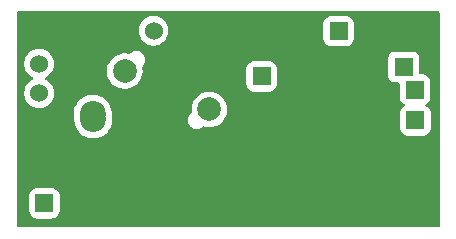
<source format=gbr>
%TF.GenerationSoftware,KiCad,Pcbnew,9.0.5*%
%TF.CreationDate,2025-10-21T13:05:04+02:00*%
%TF.ProjectId,Heterodyna-eltra-t3015-2,48657465-726f-4647-996e-612d656c7472,rev?*%
%TF.SameCoordinates,Original*%
%TF.FileFunction,Copper,L2,Inr*%
%TF.FilePolarity,Positive*%
%FSLAX46Y46*%
G04 Gerber Fmt 4.6, Leading zero omitted, Abs format (unit mm)*
G04 Created by KiCad (PCBNEW 9.0.5) date 2025-10-21 13:05:04*
%MOMM*%
%LPD*%
G01*
G04 APERTURE LIST*
G04 Aperture macros list*
%AMRoundRect*
0 Rectangle with rounded corners*
0 $1 Rounding radius*
0 $2 $3 $4 $5 $6 $7 $8 $9 X,Y pos of 4 corners*
0 Add a 4 corners polygon primitive as box body*
4,1,4,$2,$3,$4,$5,$6,$7,$8,$9,$2,$3,0*
0 Add four circle primitives for the rounded corners*
1,1,$1+$1,$2,$3*
1,1,$1+$1,$4,$5*
1,1,$1+$1,$6,$7*
1,1,$1+$1,$8,$9*
0 Add four rect primitives between the rounded corners*
20,1,$1+$1,$2,$3,$4,$5,0*
20,1,$1+$1,$4,$5,$6,$7,0*
20,1,$1+$1,$6,$7,$8,$9,0*
20,1,$1+$1,$8,$9,$2,$3,0*%
G04 Aperture macros list end*
%TA.AperFunction,ComponentPad*%
%ADD10RoundRect,0.250000X-0.550000X-0.550000X0.550000X-0.550000X0.550000X0.550000X-0.550000X0.550000X0*%
%TD*%
%TA.AperFunction,ComponentPad*%
%ADD11C,1.524000*%
%TD*%
%TA.AperFunction,ComponentPad*%
%ADD12C,2.000000*%
%TD*%
%TA.AperFunction,ComponentPad*%
%ADD13C,1.000000*%
%TD*%
%TA.AperFunction,ComponentPad*%
%ADD14C,2.200000*%
%TD*%
%TA.AperFunction,ComponentPad*%
%ADD15R,1.600000X1.600000*%
%TD*%
%TA.AperFunction,ComponentPad*%
%ADD16C,1.600000*%
%TD*%
%TA.AperFunction,ComponentPad*%
%ADD17C,1.400000*%
%TD*%
%TA.AperFunction,ComponentPad*%
%ADD18RoundRect,0.250000X0.550000X-0.550000X0.550000X0.550000X-0.550000X0.550000X-0.550000X-0.550000X0*%
%TD*%
%TA.AperFunction,ViaPad*%
%ADD19C,1.000000*%
%TD*%
G04 APERTURE END LIST*
D10*
%TO.N,+14V*%
%TO.C,TP1*%
X176810000Y-106480000D03*
%TD*%
D11*
%TO.N,Net-(D1-A1)*%
%TO.C,D1*%
X154680000Y-101500000D03*
%TO.N,GND*%
X147180000Y-101450000D03*
%TD*%
D12*
%TO.N,Net-(C14-Pad1)*%
%TO.C,L3*%
X159395000Y-108165000D03*
%TO.N,Net-(D2-A2)*%
X152245000Y-104915000D03*
D13*
%TO.N,GND*%
X153245000Y-109065000D03*
X158345000Y-103965000D03*
X155745000Y-103965000D03*
%TD*%
D14*
%TO.N,Net-(D2-A2)*%
%TO.C,C15*%
X149570000Y-109010000D03*
%TO.N,GND*%
X149570000Y-115010000D03*
%TD*%
D10*
%TO.N,Net-(C3-Pad2)*%
%TO.C,TP3*%
X170350000Y-101530000D03*
%TD*%
%TO.N,Net-(C6-Pad2)*%
%TO.C,TP4*%
X176840000Y-109090000D03*
%TD*%
%TO.N,GND*%
%TO.C,TP2*%
X149600000Y-116640000D03*
%TD*%
D15*
%TO.N,+14V*%
%TO.C,C2*%
X175870000Y-104567626D03*
D16*
%TO.N,GND*%
X175870000Y-102067626D03*
%TD*%
D14*
%TO.N,Net-(D2-A2)*%
%TO.C,C8*%
X149540000Y-108508500D03*
%TO.N,GND*%
X153040000Y-112008500D03*
X146140000Y-112008500D03*
%TD*%
D11*
%TO.N,GND*%
%TO.C,D2*%
X144990000Y-101790000D03*
%TO.N,Net-(D2-A2)*%
X144990000Y-106790000D03*
%TO.N,Net-(D2-K)*%
X144990000Y-104290000D03*
%TD*%
D10*
%TO.N,Net-(R6-Pad1)*%
%TO.C,TP5*%
X145440000Y-116100000D03*
%TD*%
D17*
%TO.N,GND*%
%TO.C,TP6*%
X176790000Y-111690000D03*
%TD*%
D18*
%TO.N,Net-(D3-K)*%
%TO.C,D3*%
X163830000Y-105355000D03*
D16*
%TO.N,GND*%
X163830000Y-100845000D03*
%TD*%
D19*
%TO.N,GND*%
X155800000Y-105200000D03*
X155800000Y-107900000D03*
X169080000Y-103110000D03*
X163660000Y-115520000D03*
X165530000Y-117060000D03*
X154400000Y-105200000D03*
X157200000Y-105200000D03*
X154400000Y-106600000D03*
X162600000Y-100820000D03*
X155800000Y-106600000D03*
X154400000Y-107900000D03*
X156100000Y-117600000D03*
X157200000Y-106600000D03*
X157200000Y-107900000D03*
X159680000Y-115490000D03*
X157900000Y-117600000D03*
X161620000Y-115530000D03*
X177150000Y-115430000D03*
%TD*%
%TA.AperFunction,Conductor*%
%TO.N,GND*%
G36*
X178842539Y-99870185D02*
G01*
X178888294Y-99922989D01*
X178899500Y-99974500D01*
X178899500Y-118025500D01*
X178879815Y-118092539D01*
X178827011Y-118138294D01*
X178775500Y-118149500D01*
X143224500Y-118149500D01*
X143157461Y-118129815D01*
X143111706Y-118077011D01*
X143100500Y-118025500D01*
X143100500Y-115499983D01*
X144139500Y-115499983D01*
X144139500Y-116700001D01*
X144139501Y-116700018D01*
X144150000Y-116802796D01*
X144150001Y-116802799D01*
X144205185Y-116969331D01*
X144205186Y-116969334D01*
X144297288Y-117118656D01*
X144421344Y-117242712D01*
X144570666Y-117334814D01*
X144737203Y-117389999D01*
X144839991Y-117400500D01*
X146040008Y-117400499D01*
X146142797Y-117389999D01*
X146309334Y-117334814D01*
X146458656Y-117242712D01*
X146582712Y-117118656D01*
X146674814Y-116969334D01*
X146729999Y-116802797D01*
X146740500Y-116700009D01*
X146740499Y-115499992D01*
X146729999Y-115397203D01*
X146674814Y-115230666D01*
X146582712Y-115081344D01*
X146458656Y-114957288D01*
X146309334Y-114865186D01*
X146142797Y-114810001D01*
X146142795Y-114810000D01*
X146040010Y-114799500D01*
X144839998Y-114799500D01*
X144839981Y-114799501D01*
X144737203Y-114810000D01*
X144737200Y-114810001D01*
X144570668Y-114865185D01*
X144570663Y-114865187D01*
X144421342Y-114957289D01*
X144297289Y-115081342D01*
X144205187Y-115230663D01*
X144205186Y-115230666D01*
X144150001Y-115397203D01*
X144150001Y-115397204D01*
X144150000Y-115397204D01*
X144139500Y-115499983D01*
X143100500Y-115499983D01*
X143100500Y-108382538D01*
X147939500Y-108382538D01*
X147939500Y-108634467D01*
X147971191Y-108834556D01*
X147971193Y-108873344D01*
X147969500Y-108884037D01*
X147969500Y-108884038D01*
X147969500Y-109135962D01*
X147992932Y-109283907D01*
X148008910Y-109384785D01*
X148086760Y-109624383D01*
X148201132Y-109848848D01*
X148349201Y-110052649D01*
X148349205Y-110052654D01*
X148527345Y-110230794D01*
X148527350Y-110230798D01*
X148656750Y-110324812D01*
X148731155Y-110378870D01*
X148874184Y-110451747D01*
X148955616Y-110493239D01*
X148955618Y-110493239D01*
X148955621Y-110493241D01*
X149195215Y-110571090D01*
X149444038Y-110610500D01*
X149444039Y-110610500D01*
X149695961Y-110610500D01*
X149695962Y-110610500D01*
X149944785Y-110571090D01*
X150184379Y-110493241D01*
X150408845Y-110378870D01*
X150612656Y-110230793D01*
X150790793Y-110052656D01*
X150938870Y-109848845D01*
X151053241Y-109624379D01*
X151131090Y-109384785D01*
X151170500Y-109135962D01*
X151170500Y-109018856D01*
X152894500Y-109018856D01*
X152894500Y-109035834D01*
X152894500Y-109111144D01*
X152915443Y-109189305D01*
X152918387Y-109200290D01*
X152918388Y-109200293D01*
X152964526Y-109280205D01*
X152964529Y-109280209D01*
X152964531Y-109280212D01*
X153029788Y-109345469D01*
X153029791Y-109345470D01*
X153029794Y-109345473D01*
X153109706Y-109391611D01*
X153109707Y-109391611D01*
X153109712Y-109391614D01*
X153198856Y-109415500D01*
X153198858Y-109415500D01*
X153291142Y-109415500D01*
X153291144Y-109415500D01*
X153380288Y-109391614D01*
X153460212Y-109345469D01*
X153525469Y-109280212D01*
X153571614Y-109200288D01*
X153588057Y-109138920D01*
X157594499Y-109138920D01*
X157623340Y-109283907D01*
X157623343Y-109283917D01*
X157679912Y-109420488D01*
X157679919Y-109420501D01*
X157762048Y-109543415D01*
X157762051Y-109543419D01*
X157866580Y-109647948D01*
X157866584Y-109647951D01*
X157989498Y-109730080D01*
X157989511Y-109730087D01*
X158126082Y-109786656D01*
X158126087Y-109786658D01*
X158126091Y-109786658D01*
X158126092Y-109786659D01*
X158271079Y-109815500D01*
X158271082Y-109815500D01*
X158418920Y-109815500D01*
X158533061Y-109792795D01*
X158563913Y-109786658D01*
X158700495Y-109730084D01*
X158823416Y-109647951D01*
X158838331Y-109633034D01*
X158899651Y-109599550D01*
X158964327Y-109602784D01*
X159043632Y-109628553D01*
X159160270Y-109647026D01*
X159276903Y-109665500D01*
X159276908Y-109665500D01*
X159513097Y-109665500D01*
X159746368Y-109628553D01*
X159825673Y-109602785D01*
X159970992Y-109555568D01*
X160181433Y-109448343D01*
X160372510Y-109309517D01*
X160539517Y-109142510D01*
X160678343Y-108951433D01*
X160785568Y-108740992D01*
X160858553Y-108516368D01*
X160870965Y-108438004D01*
X160895500Y-108283097D01*
X160895500Y-108046902D01*
X160858553Y-107813631D01*
X160811772Y-107669655D01*
X160785568Y-107589008D01*
X160785566Y-107589005D01*
X160785566Y-107589003D01*
X160678342Y-107378566D01*
X160657105Y-107349336D01*
X160539517Y-107187490D01*
X160372510Y-107020483D01*
X160181433Y-106881657D01*
X159970996Y-106774433D01*
X159746368Y-106701446D01*
X159513097Y-106664500D01*
X159513092Y-106664500D01*
X159276908Y-106664500D01*
X159276903Y-106664500D01*
X159043631Y-106701446D01*
X158819003Y-106774433D01*
X158608566Y-106881657D01*
X158518066Y-106947410D01*
X158417490Y-107020483D01*
X158417488Y-107020485D01*
X158417487Y-107020485D01*
X158250485Y-107187487D01*
X158250485Y-107187488D01*
X158250483Y-107187490D01*
X158190862Y-107269550D01*
X158111657Y-107378566D01*
X158004433Y-107589003D01*
X157931446Y-107813631D01*
X157894500Y-108046902D01*
X157894500Y-108283097D01*
X157908060Y-108368711D01*
X157899105Y-108438004D01*
X157869799Y-108476649D01*
X157870891Y-108477741D01*
X157762051Y-108586580D01*
X157762048Y-108586584D01*
X157679919Y-108709498D01*
X157679912Y-108709511D01*
X157623343Y-108846082D01*
X157623340Y-108846092D01*
X157594500Y-108991079D01*
X157594500Y-108991082D01*
X157594500Y-109138918D01*
X157594500Y-109138920D01*
X157594499Y-109138920D01*
X153588057Y-109138920D01*
X153595500Y-109111144D01*
X153595500Y-109018856D01*
X153571614Y-108929712D01*
X153571612Y-108929709D01*
X153571612Y-108929707D01*
X153571611Y-108929706D01*
X153525473Y-108849794D01*
X153525470Y-108849791D01*
X153525469Y-108849788D01*
X153460212Y-108784531D01*
X153460209Y-108784529D01*
X153460205Y-108784526D01*
X153380293Y-108738388D01*
X153380290Y-108738387D01*
X153380289Y-108738386D01*
X153380288Y-108738386D01*
X153291144Y-108714500D01*
X153198856Y-108714500D01*
X153109712Y-108738386D01*
X153109711Y-108738386D01*
X153109709Y-108738387D01*
X153109706Y-108738388D01*
X153029794Y-108784526D01*
X153029785Y-108784533D01*
X152964533Y-108849785D01*
X152964526Y-108849794D01*
X152918388Y-108929706D01*
X152918387Y-108929709D01*
X152918386Y-108929711D01*
X152918386Y-108929712D01*
X152894500Y-109018856D01*
X151170500Y-109018856D01*
X151170500Y-108884038D01*
X151138807Y-108683939D01*
X151138807Y-108645150D01*
X151140500Y-108634462D01*
X151140500Y-108382538D01*
X151101090Y-108133715D01*
X151023241Y-107894121D01*
X151023239Y-107894118D01*
X151023239Y-107894116D01*
X150980187Y-107809623D01*
X150908870Y-107669655D01*
X150867320Y-107612466D01*
X150760798Y-107465850D01*
X150760794Y-107465845D01*
X150582654Y-107287705D01*
X150582649Y-107287701D01*
X150378848Y-107139632D01*
X150378847Y-107139631D01*
X150378845Y-107139630D01*
X150261846Y-107080016D01*
X150154383Y-107025260D01*
X149914785Y-106947410D01*
X149665962Y-106908000D01*
X149414038Y-106908000D01*
X149289626Y-106927705D01*
X149165214Y-106947410D01*
X148925616Y-107025260D01*
X148701151Y-107139632D01*
X148497350Y-107287701D01*
X148497345Y-107287705D01*
X148319205Y-107465845D01*
X148319201Y-107465850D01*
X148171132Y-107669651D01*
X148056760Y-107894116D01*
X147978910Y-108133714D01*
X147939500Y-108382538D01*
X143100500Y-108382538D01*
X143100500Y-104190639D01*
X143727500Y-104190639D01*
X143727500Y-104389361D01*
X143736062Y-104443419D01*
X143758587Y-104585637D01*
X143819993Y-104774629D01*
X143819994Y-104774632D01*
X143910213Y-104951694D01*
X144027019Y-105112464D01*
X144167536Y-105252981D01*
X144328306Y-105369787D01*
X144418026Y-105415502D01*
X144445528Y-105429515D01*
X144496324Y-105477490D01*
X144513119Y-105545311D01*
X144490581Y-105611446D01*
X144445528Y-105650485D01*
X144328305Y-105710213D01*
X144167533Y-105827021D01*
X144027021Y-105967533D01*
X143910213Y-106128305D01*
X143819994Y-106305367D01*
X143819993Y-106305370D01*
X143758587Y-106494362D01*
X143727500Y-106690639D01*
X143727500Y-106889360D01*
X143758587Y-107085637D01*
X143819993Y-107274629D01*
X143819994Y-107274632D01*
X143910213Y-107451694D01*
X144027019Y-107612464D01*
X144167536Y-107752981D01*
X144328306Y-107869787D01*
X144376064Y-107894121D01*
X144505367Y-107960005D01*
X144505370Y-107960006D01*
X144599866Y-107990709D01*
X144694364Y-108021413D01*
X144890639Y-108052500D01*
X144890640Y-108052500D01*
X145089360Y-108052500D01*
X145089361Y-108052500D01*
X145285636Y-108021413D01*
X145474632Y-107960005D01*
X145651694Y-107869787D01*
X145812464Y-107752981D01*
X145952981Y-107612464D01*
X146069787Y-107451694D01*
X146160005Y-107274632D01*
X146221413Y-107085636D01*
X146252500Y-106889361D01*
X146252500Y-106690639D01*
X146221413Y-106494364D01*
X146160070Y-106305568D01*
X146160006Y-106305370D01*
X146160005Y-106305367D01*
X146069786Y-106128305D01*
X145952981Y-105967536D01*
X145812464Y-105827019D01*
X145651694Y-105710213D01*
X145534470Y-105650484D01*
X145483675Y-105602510D01*
X145466880Y-105534689D01*
X145489417Y-105468555D01*
X145534469Y-105429515D01*
X145651694Y-105369787D01*
X145812464Y-105252981D01*
X145952981Y-105112464D01*
X146069787Y-104951694D01*
X146148658Y-104796902D01*
X150744500Y-104796902D01*
X150744500Y-105033097D01*
X150781446Y-105266368D01*
X150854433Y-105490996D01*
X150961657Y-105701433D01*
X151100483Y-105892510D01*
X151267490Y-106059517D01*
X151458567Y-106198343D01*
X151557991Y-106249002D01*
X151669003Y-106305566D01*
X151669005Y-106305566D01*
X151669008Y-106305568D01*
X151789412Y-106344689D01*
X151893631Y-106378553D01*
X152126903Y-106415500D01*
X152126908Y-106415500D01*
X152363097Y-106415500D01*
X152596368Y-106378553D01*
X152611439Y-106373656D01*
X152820992Y-106305568D01*
X152821387Y-106305367D01*
X152828719Y-106301630D01*
X153031433Y-106198343D01*
X153222510Y-106059517D01*
X153389517Y-105892510D01*
X153528343Y-105701433D01*
X153635568Y-105490992D01*
X153708553Y-105266368D01*
X153711908Y-105245185D01*
X153745500Y-105033097D01*
X153745500Y-104796903D01*
X153741434Y-104771233D01*
X153741434Y-104771232D01*
X153738860Y-104754983D01*
X162529500Y-104754983D01*
X162529500Y-105955001D01*
X162529501Y-105955018D01*
X162540000Y-106057796D01*
X162540001Y-106057799D01*
X162563365Y-106128305D01*
X162595186Y-106224334D01*
X162687288Y-106373656D01*
X162811344Y-106497712D01*
X162960666Y-106589814D01*
X163127203Y-106644999D01*
X163229991Y-106655500D01*
X164430008Y-106655499D01*
X164532797Y-106644999D01*
X164699334Y-106589814D01*
X164848656Y-106497712D01*
X164972712Y-106373656D01*
X165064814Y-106224334D01*
X165119999Y-106057797D01*
X165130500Y-105955009D01*
X165130499Y-104754992D01*
X165119999Y-104652203D01*
X165064814Y-104485666D01*
X164972712Y-104336344D01*
X164848656Y-104212288D01*
X164712922Y-104128567D01*
X164699336Y-104120187D01*
X164699331Y-104120185D01*
X164697862Y-104119698D01*
X164532797Y-104065001D01*
X164532795Y-104065000D01*
X164430010Y-104054500D01*
X163229998Y-104054500D01*
X163229981Y-104054501D01*
X163127203Y-104065000D01*
X163127200Y-104065001D01*
X162960668Y-104120185D01*
X162960663Y-104120187D01*
X162811342Y-104212289D01*
X162687289Y-104336342D01*
X162595187Y-104485663D01*
X162595186Y-104485666D01*
X162540001Y-104652203D01*
X162540001Y-104652204D01*
X162540000Y-104652204D01*
X162529500Y-104754983D01*
X153738860Y-104754983D01*
X153718325Y-104625328D01*
X153727280Y-104556034D01*
X153753115Y-104518251D01*
X153827951Y-104443416D01*
X153910084Y-104320495D01*
X153966658Y-104183913D01*
X153977667Y-104128567D01*
X153995500Y-104038920D01*
X153995500Y-103918856D01*
X155394500Y-103918856D01*
X155394500Y-103935834D01*
X155394500Y-104011144D01*
X155415443Y-104089305D01*
X155418387Y-104100290D01*
X155418388Y-104100293D01*
X155464526Y-104180205D01*
X155464529Y-104180209D01*
X155464531Y-104180212D01*
X155529788Y-104245469D01*
X155529791Y-104245470D01*
X155529794Y-104245473D01*
X155609706Y-104291611D01*
X155609707Y-104291611D01*
X155609712Y-104291614D01*
X155698856Y-104315500D01*
X155698858Y-104315500D01*
X155791142Y-104315500D01*
X155791144Y-104315500D01*
X155880288Y-104291614D01*
X155960212Y-104245469D01*
X156025469Y-104180212D01*
X156071614Y-104100288D01*
X156095500Y-104011144D01*
X156095500Y-103918856D01*
X157994500Y-103918856D01*
X157994500Y-103935834D01*
X157994500Y-104011144D01*
X158015443Y-104089305D01*
X158018387Y-104100290D01*
X158018388Y-104100293D01*
X158064526Y-104180205D01*
X158064529Y-104180209D01*
X158064531Y-104180212D01*
X158129788Y-104245469D01*
X158129791Y-104245470D01*
X158129794Y-104245473D01*
X158209706Y-104291611D01*
X158209707Y-104291611D01*
X158209712Y-104291614D01*
X158298856Y-104315500D01*
X158298858Y-104315500D01*
X158391142Y-104315500D01*
X158391144Y-104315500D01*
X158480288Y-104291614D01*
X158560212Y-104245469D01*
X158625469Y-104180212D01*
X158671614Y-104100288D01*
X158695500Y-104011144D01*
X158695500Y-103918856D01*
X158671614Y-103829712D01*
X158671613Y-103829711D01*
X158671613Y-103829709D01*
X158642008Y-103778434D01*
X158625469Y-103749788D01*
X158595442Y-103719761D01*
X174569500Y-103719761D01*
X174569500Y-105415496D01*
X174569501Y-105415502D01*
X174575908Y-105475109D01*
X174626202Y-105609954D01*
X174626206Y-105609961D01*
X174712452Y-105725170D01*
X174712455Y-105725173D01*
X174827664Y-105811419D01*
X174827671Y-105811423D01*
X174869487Y-105827019D01*
X174962517Y-105861717D01*
X175022127Y-105868126D01*
X175385500Y-105868125D01*
X175452539Y-105887809D01*
X175498294Y-105940613D01*
X175509500Y-105992125D01*
X175509500Y-107080001D01*
X175509501Y-107080018D01*
X175520000Y-107182796D01*
X175520001Y-107182799D01*
X175550431Y-107274629D01*
X175575186Y-107349334D01*
X175667288Y-107498656D01*
X175791344Y-107622712D01*
X175898350Y-107688713D01*
X175945074Y-107740661D01*
X175956297Y-107809623D01*
X175928453Y-107873706D01*
X175898351Y-107899789D01*
X175849779Y-107929749D01*
X175821342Y-107947289D01*
X175697289Y-108071342D01*
X175605187Y-108220663D01*
X175605186Y-108220666D01*
X175550001Y-108387203D01*
X175550001Y-108387204D01*
X175550000Y-108387204D01*
X175539500Y-108489983D01*
X175539500Y-109690001D01*
X175539501Y-109690018D01*
X175550000Y-109792796D01*
X175550001Y-109792799D01*
X175568574Y-109848848D01*
X175605186Y-109959334D01*
X175697288Y-110108656D01*
X175821344Y-110232712D01*
X175970666Y-110324814D01*
X176137203Y-110379999D01*
X176239991Y-110390500D01*
X177440008Y-110390499D01*
X177542797Y-110379999D01*
X177709334Y-110324814D01*
X177858656Y-110232712D01*
X177982712Y-110108656D01*
X178074814Y-109959334D01*
X178129999Y-109792797D01*
X178140500Y-109690009D01*
X178140499Y-108489992D01*
X178129999Y-108387203D01*
X178074814Y-108220666D01*
X177982712Y-108071344D01*
X177858656Y-107947288D01*
X177751648Y-107881285D01*
X177704925Y-107829338D01*
X177693702Y-107760375D01*
X177721546Y-107696293D01*
X177751643Y-107670213D01*
X177828656Y-107622712D01*
X177952712Y-107498656D01*
X178044814Y-107349334D01*
X178099999Y-107182797D01*
X178110500Y-107080009D01*
X178110499Y-105879992D01*
X178099999Y-105777203D01*
X178044814Y-105610666D01*
X177952712Y-105461344D01*
X177828656Y-105337288D01*
X177679334Y-105245186D01*
X177512797Y-105190001D01*
X177512795Y-105190000D01*
X177410016Y-105179500D01*
X177410009Y-105179500D01*
X177294499Y-105179500D01*
X177227460Y-105159815D01*
X177181705Y-105107011D01*
X177170499Y-105055500D01*
X177170499Y-103719755D01*
X177170498Y-103719749D01*
X177170497Y-103719742D01*
X177164091Y-103660143D01*
X177155976Y-103638386D01*
X177113797Y-103525297D01*
X177113793Y-103525290D01*
X177027547Y-103410081D01*
X177027544Y-103410078D01*
X176912335Y-103323832D01*
X176912328Y-103323828D01*
X176777482Y-103273534D01*
X176777483Y-103273534D01*
X176717883Y-103267127D01*
X176717881Y-103267126D01*
X176717873Y-103267126D01*
X176717864Y-103267126D01*
X175022129Y-103267126D01*
X175022123Y-103267127D01*
X174962516Y-103273534D01*
X174827671Y-103323828D01*
X174827664Y-103323832D01*
X174712455Y-103410078D01*
X174712452Y-103410081D01*
X174626206Y-103525290D01*
X174626202Y-103525297D01*
X174575908Y-103660143D01*
X174569501Y-103719742D01*
X174569501Y-103719749D01*
X174569500Y-103719761D01*
X158595442Y-103719761D01*
X158560212Y-103684531D01*
X158560209Y-103684529D01*
X158560205Y-103684526D01*
X158480293Y-103638388D01*
X158480290Y-103638387D01*
X158480289Y-103638386D01*
X158480288Y-103638386D01*
X158391144Y-103614500D01*
X158298856Y-103614500D01*
X158209712Y-103638386D01*
X158209711Y-103638386D01*
X158209709Y-103638387D01*
X158209706Y-103638388D01*
X158129794Y-103684526D01*
X158129785Y-103684533D01*
X158064533Y-103749785D01*
X158064526Y-103749794D01*
X158018388Y-103829706D01*
X158018387Y-103829709D01*
X158018386Y-103829711D01*
X158018386Y-103829712D01*
X157994500Y-103918856D01*
X156095500Y-103918856D01*
X156071614Y-103829712D01*
X156071611Y-103829706D01*
X156025473Y-103749794D01*
X156025470Y-103749791D01*
X156025469Y-103749788D01*
X155960212Y-103684531D01*
X155960209Y-103684529D01*
X155960205Y-103684526D01*
X155880293Y-103638388D01*
X155880290Y-103638387D01*
X155880289Y-103638386D01*
X155880288Y-103638386D01*
X155791144Y-103614500D01*
X155698856Y-103614500D01*
X155609712Y-103638386D01*
X155609711Y-103638386D01*
X155609709Y-103638387D01*
X155609706Y-103638388D01*
X155529794Y-103684526D01*
X155529785Y-103684533D01*
X155464533Y-103749785D01*
X155464526Y-103749794D01*
X155418388Y-103829706D01*
X155418387Y-103829709D01*
X155418386Y-103829711D01*
X155418386Y-103829712D01*
X155394500Y-103918856D01*
X153995500Y-103918856D01*
X153995500Y-103891079D01*
X153966659Y-103746092D01*
X153966658Y-103746091D01*
X153966658Y-103746087D01*
X153966656Y-103746082D01*
X153910087Y-103609511D01*
X153910080Y-103609498D01*
X153827951Y-103486584D01*
X153827948Y-103486580D01*
X153723419Y-103382051D01*
X153723415Y-103382048D01*
X153600501Y-103299919D01*
X153600488Y-103299912D01*
X153463917Y-103243343D01*
X153463907Y-103243340D01*
X153318920Y-103214500D01*
X153318918Y-103214500D01*
X153171082Y-103214500D01*
X153171080Y-103214500D01*
X153026092Y-103243340D01*
X153026082Y-103243343D01*
X152889511Y-103299912D01*
X152889498Y-103299919D01*
X152766587Y-103382046D01*
X152766581Y-103382050D01*
X152726190Y-103422441D01*
X152664866Y-103455925D01*
X152600199Y-103452691D01*
X152596370Y-103451447D01*
X152363097Y-103414500D01*
X152363092Y-103414500D01*
X152126908Y-103414500D01*
X152126903Y-103414500D01*
X151893631Y-103451446D01*
X151669003Y-103524433D01*
X151458566Y-103631657D01*
X151349550Y-103710862D01*
X151267490Y-103770483D01*
X151267488Y-103770485D01*
X151267487Y-103770485D01*
X151100485Y-103937487D01*
X151100485Y-103937488D01*
X151100483Y-103937490D01*
X151046972Y-104011142D01*
X150961657Y-104128566D01*
X150854433Y-104339003D01*
X150781446Y-104563631D01*
X150744500Y-104796902D01*
X146148658Y-104796902D01*
X146160005Y-104774632D01*
X146164992Y-104759280D01*
X146166801Y-104753717D01*
X146166801Y-104753716D01*
X146208516Y-104625328D01*
X146221413Y-104585636D01*
X146252500Y-104389361D01*
X146252500Y-104190639D01*
X146221413Y-103994364D01*
X146184885Y-103881942D01*
X146160006Y-103805370D01*
X146160005Y-103805367D01*
X146098435Y-103684531D01*
X146069787Y-103628306D01*
X145952981Y-103467536D01*
X145812464Y-103327019D01*
X145651694Y-103210213D01*
X145474632Y-103119994D01*
X145474629Y-103119993D01*
X145285637Y-103058587D01*
X145187498Y-103043043D01*
X145089361Y-103027500D01*
X144890639Y-103027500D01*
X144825214Y-103037862D01*
X144694362Y-103058587D01*
X144505370Y-103119993D01*
X144505367Y-103119994D01*
X144328305Y-103210213D01*
X144167533Y-103327021D01*
X144027021Y-103467533D01*
X143910213Y-103628305D01*
X143819994Y-103805367D01*
X143819993Y-103805370D01*
X143758587Y-103994362D01*
X143737331Y-104128566D01*
X143727500Y-104190639D01*
X143100500Y-104190639D01*
X143100500Y-101400639D01*
X153417500Y-101400639D01*
X153417500Y-101599360D01*
X153448587Y-101795637D01*
X153509993Y-101984629D01*
X153509994Y-101984632D01*
X153584072Y-102130016D01*
X153600213Y-102161694D01*
X153717019Y-102322464D01*
X153857536Y-102462981D01*
X154018306Y-102579787D01*
X154105149Y-102624035D01*
X154195367Y-102670005D01*
X154195370Y-102670006D01*
X154289866Y-102700709D01*
X154384364Y-102731413D01*
X154580639Y-102762500D01*
X154580640Y-102762500D01*
X154779360Y-102762500D01*
X154779361Y-102762500D01*
X154975636Y-102731413D01*
X155164632Y-102670005D01*
X155341694Y-102579787D01*
X155502464Y-102462981D01*
X155642981Y-102322464D01*
X155759787Y-102161694D01*
X155850005Y-101984632D01*
X155911413Y-101795636D01*
X155942500Y-101599361D01*
X155942500Y-101400639D01*
X155911413Y-101204364D01*
X155850005Y-101015368D01*
X155850003Y-101015363D01*
X155833579Y-100983130D01*
X155833578Y-100983129D01*
X155806499Y-100929983D01*
X169049500Y-100929983D01*
X169049500Y-102130001D01*
X169049501Y-102130018D01*
X169060000Y-102232796D01*
X169060001Y-102232799D01*
X169089714Y-102322466D01*
X169115186Y-102399334D01*
X169207288Y-102548656D01*
X169331344Y-102672712D01*
X169480666Y-102764814D01*
X169647203Y-102819999D01*
X169749991Y-102830500D01*
X170950008Y-102830499D01*
X171052797Y-102819999D01*
X171219334Y-102764814D01*
X171368656Y-102672712D01*
X171492712Y-102548656D01*
X171584814Y-102399334D01*
X171639999Y-102232797D01*
X171650500Y-102130009D01*
X171650499Y-100929992D01*
X171639999Y-100827203D01*
X171584814Y-100660666D01*
X171492712Y-100511344D01*
X171368656Y-100387288D01*
X171219334Y-100295186D01*
X171052797Y-100240001D01*
X171052795Y-100240000D01*
X170950010Y-100229500D01*
X169749998Y-100229500D01*
X169749981Y-100229501D01*
X169647203Y-100240000D01*
X169647200Y-100240001D01*
X169480668Y-100295185D01*
X169480663Y-100295187D01*
X169331342Y-100387289D01*
X169207289Y-100511342D01*
X169115187Y-100660663D01*
X169115186Y-100660666D01*
X169060001Y-100827203D01*
X169060001Y-100827204D01*
X169060000Y-100827204D01*
X169049500Y-100929983D01*
X155806499Y-100929983D01*
X155759787Y-100838306D01*
X155642981Y-100677536D01*
X155502464Y-100537019D01*
X155341694Y-100420213D01*
X155164632Y-100329994D01*
X155164629Y-100329993D01*
X154975637Y-100268587D01*
X154877498Y-100253043D01*
X154779361Y-100237500D01*
X154580639Y-100237500D01*
X154515214Y-100247862D01*
X154384362Y-100268587D01*
X154195370Y-100329993D01*
X154195367Y-100329994D01*
X154018305Y-100420213D01*
X153857533Y-100537021D01*
X153717021Y-100677533D01*
X153600213Y-100838305D01*
X153509994Y-101015367D01*
X153509993Y-101015370D01*
X153448587Y-101204362D01*
X153417500Y-101400639D01*
X143100500Y-101400639D01*
X143100500Y-99974500D01*
X143120185Y-99907461D01*
X143172989Y-99861706D01*
X143224500Y-99850500D01*
X178775500Y-99850500D01*
X178842539Y-99870185D01*
G37*
%TD.AperFunction*%
%TD*%
M02*

</source>
